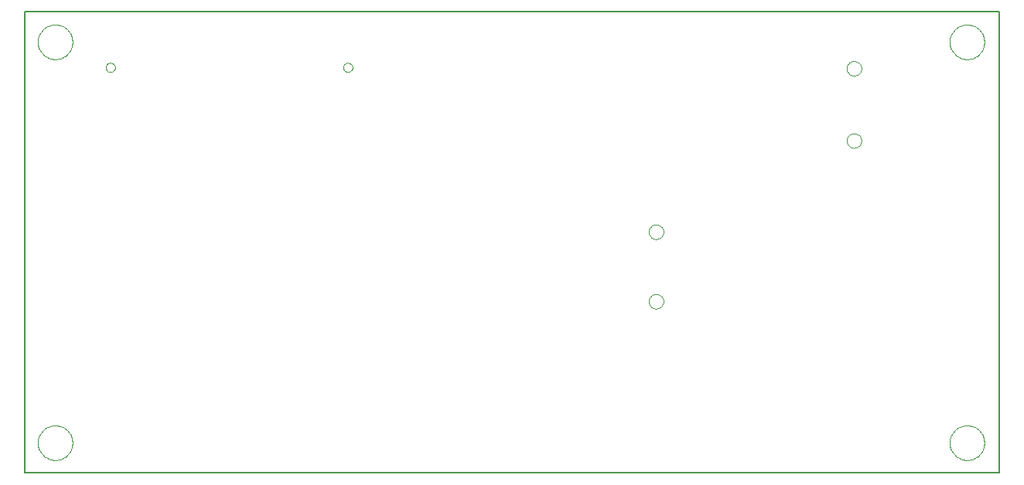
<source format=gbp>
G75*
%MOIN*%
%OFA0B0*%
%FSLAX24Y24*%
%IPPOS*%
%LPD*%
%AMOC8*
5,1,8,0,0,1.08239X$1,22.5*
%
%ADD10C,0.0000*%
%ADD11C,0.0050*%
D10*
X000702Y003000D02*
X000704Y003055D01*
X000710Y003109D01*
X000720Y003163D01*
X000734Y003215D01*
X000751Y003267D01*
X000773Y003317D01*
X000798Y003366D01*
X000826Y003413D01*
X000858Y003457D01*
X000893Y003499D01*
X000931Y003538D01*
X000972Y003575D01*
X001015Y003608D01*
X001060Y003638D01*
X001108Y003665D01*
X001157Y003688D01*
X001208Y003708D01*
X001261Y003724D01*
X001314Y003736D01*
X001368Y003744D01*
X001423Y003748D01*
X001477Y003748D01*
X001532Y003744D01*
X001586Y003736D01*
X001639Y003724D01*
X001692Y003708D01*
X001743Y003688D01*
X001792Y003665D01*
X001840Y003638D01*
X001885Y003608D01*
X001928Y003575D01*
X001969Y003538D01*
X002007Y003499D01*
X002042Y003457D01*
X002074Y003413D01*
X002102Y003366D01*
X002127Y003317D01*
X002149Y003267D01*
X002166Y003215D01*
X002180Y003163D01*
X002190Y003109D01*
X002196Y003055D01*
X002198Y003000D01*
X002196Y002945D01*
X002190Y002891D01*
X002180Y002837D01*
X002166Y002785D01*
X002149Y002733D01*
X002127Y002683D01*
X002102Y002634D01*
X002074Y002587D01*
X002042Y002543D01*
X002007Y002501D01*
X001969Y002462D01*
X001928Y002425D01*
X001885Y002392D01*
X001840Y002362D01*
X001792Y002335D01*
X001743Y002312D01*
X001692Y002292D01*
X001639Y002276D01*
X001586Y002264D01*
X001532Y002256D01*
X001477Y002252D01*
X001423Y002252D01*
X001368Y002256D01*
X001314Y002264D01*
X001261Y002276D01*
X001208Y002292D01*
X001157Y002312D01*
X001108Y002335D01*
X001060Y002362D01*
X001015Y002392D01*
X000972Y002425D01*
X000931Y002462D01*
X000893Y002501D01*
X000858Y002543D01*
X000826Y002587D01*
X000798Y002634D01*
X000773Y002683D01*
X000751Y002733D01*
X000734Y002785D01*
X000720Y002837D01*
X000710Y002891D01*
X000704Y002945D01*
X000702Y003000D01*
X027035Y009100D02*
X027037Y009135D01*
X027043Y009170D01*
X027053Y009204D01*
X027066Y009237D01*
X027083Y009268D01*
X027104Y009296D01*
X027127Y009323D01*
X027154Y009346D01*
X027182Y009367D01*
X027213Y009384D01*
X027246Y009397D01*
X027280Y009407D01*
X027315Y009413D01*
X027350Y009415D01*
X027385Y009413D01*
X027420Y009407D01*
X027454Y009397D01*
X027487Y009384D01*
X027518Y009367D01*
X027546Y009346D01*
X027573Y009323D01*
X027596Y009296D01*
X027617Y009268D01*
X027634Y009237D01*
X027647Y009204D01*
X027657Y009170D01*
X027663Y009135D01*
X027665Y009100D01*
X027663Y009065D01*
X027657Y009030D01*
X027647Y008996D01*
X027634Y008963D01*
X027617Y008932D01*
X027596Y008904D01*
X027573Y008877D01*
X027546Y008854D01*
X027518Y008833D01*
X027487Y008816D01*
X027454Y008803D01*
X027420Y008793D01*
X027385Y008787D01*
X027350Y008785D01*
X027315Y008787D01*
X027280Y008793D01*
X027246Y008803D01*
X027213Y008816D01*
X027182Y008833D01*
X027154Y008854D01*
X027127Y008877D01*
X027104Y008904D01*
X027083Y008932D01*
X027066Y008963D01*
X027053Y008996D01*
X027043Y009030D01*
X027037Y009065D01*
X027035Y009100D01*
X027035Y012100D02*
X027037Y012135D01*
X027043Y012170D01*
X027053Y012204D01*
X027066Y012237D01*
X027083Y012268D01*
X027104Y012296D01*
X027127Y012323D01*
X027154Y012346D01*
X027182Y012367D01*
X027213Y012384D01*
X027246Y012397D01*
X027280Y012407D01*
X027315Y012413D01*
X027350Y012415D01*
X027385Y012413D01*
X027420Y012407D01*
X027454Y012397D01*
X027487Y012384D01*
X027518Y012367D01*
X027546Y012346D01*
X027573Y012323D01*
X027596Y012296D01*
X027617Y012268D01*
X027634Y012237D01*
X027647Y012204D01*
X027657Y012170D01*
X027663Y012135D01*
X027665Y012100D01*
X027663Y012065D01*
X027657Y012030D01*
X027647Y011996D01*
X027634Y011963D01*
X027617Y011932D01*
X027596Y011904D01*
X027573Y011877D01*
X027546Y011854D01*
X027518Y011833D01*
X027487Y011816D01*
X027454Y011803D01*
X027420Y011793D01*
X027385Y011787D01*
X027350Y011785D01*
X027315Y011787D01*
X027280Y011793D01*
X027246Y011803D01*
X027213Y011816D01*
X027182Y011833D01*
X027154Y011854D01*
X027127Y011877D01*
X027104Y011904D01*
X027083Y011932D01*
X027066Y011963D01*
X027053Y011996D01*
X027043Y012030D01*
X027037Y012065D01*
X027035Y012100D01*
X035566Y016041D02*
X035568Y016076D01*
X035574Y016111D01*
X035584Y016145D01*
X035597Y016178D01*
X035614Y016209D01*
X035635Y016237D01*
X035658Y016264D01*
X035685Y016287D01*
X035713Y016308D01*
X035744Y016325D01*
X035777Y016338D01*
X035811Y016348D01*
X035846Y016354D01*
X035881Y016356D01*
X035916Y016354D01*
X035951Y016348D01*
X035985Y016338D01*
X036018Y016325D01*
X036049Y016308D01*
X036077Y016287D01*
X036104Y016264D01*
X036127Y016237D01*
X036148Y016209D01*
X036165Y016178D01*
X036178Y016145D01*
X036188Y016111D01*
X036194Y016076D01*
X036196Y016041D01*
X036194Y016006D01*
X036188Y015971D01*
X036178Y015937D01*
X036165Y015904D01*
X036148Y015873D01*
X036127Y015845D01*
X036104Y015818D01*
X036077Y015795D01*
X036049Y015774D01*
X036018Y015757D01*
X035985Y015744D01*
X035951Y015734D01*
X035916Y015728D01*
X035881Y015726D01*
X035846Y015728D01*
X035811Y015734D01*
X035777Y015744D01*
X035744Y015757D01*
X035713Y015774D01*
X035685Y015795D01*
X035658Y015818D01*
X035635Y015845D01*
X035614Y015873D01*
X035597Y015904D01*
X035584Y015937D01*
X035574Y015971D01*
X035568Y016006D01*
X035566Y016041D01*
X035566Y019159D02*
X035568Y019194D01*
X035574Y019229D01*
X035584Y019263D01*
X035597Y019296D01*
X035614Y019327D01*
X035635Y019355D01*
X035658Y019382D01*
X035685Y019405D01*
X035713Y019426D01*
X035744Y019443D01*
X035777Y019456D01*
X035811Y019466D01*
X035846Y019472D01*
X035881Y019474D01*
X035916Y019472D01*
X035951Y019466D01*
X035985Y019456D01*
X036018Y019443D01*
X036049Y019426D01*
X036077Y019405D01*
X036104Y019382D01*
X036127Y019355D01*
X036148Y019327D01*
X036165Y019296D01*
X036178Y019263D01*
X036188Y019229D01*
X036194Y019194D01*
X036196Y019159D01*
X036194Y019124D01*
X036188Y019089D01*
X036178Y019055D01*
X036165Y019022D01*
X036148Y018991D01*
X036127Y018963D01*
X036104Y018936D01*
X036077Y018913D01*
X036049Y018892D01*
X036018Y018875D01*
X035985Y018862D01*
X035951Y018852D01*
X035916Y018846D01*
X035881Y018844D01*
X035846Y018846D01*
X035811Y018852D01*
X035777Y018862D01*
X035744Y018875D01*
X035713Y018892D01*
X035685Y018913D01*
X035658Y018936D01*
X035635Y018963D01*
X035614Y018991D01*
X035597Y019022D01*
X035584Y019055D01*
X035574Y019089D01*
X035568Y019124D01*
X035566Y019159D01*
X040002Y020300D02*
X040004Y020355D01*
X040010Y020409D01*
X040020Y020463D01*
X040034Y020515D01*
X040051Y020567D01*
X040073Y020617D01*
X040098Y020666D01*
X040126Y020713D01*
X040158Y020757D01*
X040193Y020799D01*
X040231Y020838D01*
X040272Y020875D01*
X040315Y020908D01*
X040360Y020938D01*
X040408Y020965D01*
X040457Y020988D01*
X040508Y021008D01*
X040561Y021024D01*
X040614Y021036D01*
X040668Y021044D01*
X040723Y021048D01*
X040777Y021048D01*
X040832Y021044D01*
X040886Y021036D01*
X040939Y021024D01*
X040992Y021008D01*
X041043Y020988D01*
X041092Y020965D01*
X041140Y020938D01*
X041185Y020908D01*
X041228Y020875D01*
X041269Y020838D01*
X041307Y020799D01*
X041342Y020757D01*
X041374Y020713D01*
X041402Y020666D01*
X041427Y020617D01*
X041449Y020567D01*
X041466Y020515D01*
X041480Y020463D01*
X041490Y020409D01*
X041496Y020355D01*
X041498Y020300D01*
X041496Y020245D01*
X041490Y020191D01*
X041480Y020137D01*
X041466Y020085D01*
X041449Y020033D01*
X041427Y019983D01*
X041402Y019934D01*
X041374Y019887D01*
X041342Y019843D01*
X041307Y019801D01*
X041269Y019762D01*
X041228Y019725D01*
X041185Y019692D01*
X041140Y019662D01*
X041092Y019635D01*
X041043Y019612D01*
X040992Y019592D01*
X040939Y019576D01*
X040886Y019564D01*
X040832Y019556D01*
X040777Y019552D01*
X040723Y019552D01*
X040668Y019556D01*
X040614Y019564D01*
X040561Y019576D01*
X040508Y019592D01*
X040457Y019612D01*
X040408Y019635D01*
X040360Y019662D01*
X040315Y019692D01*
X040272Y019725D01*
X040231Y019762D01*
X040193Y019801D01*
X040158Y019843D01*
X040126Y019887D01*
X040098Y019934D01*
X040073Y019983D01*
X040051Y020033D01*
X040034Y020085D01*
X040020Y020137D01*
X040010Y020191D01*
X040004Y020245D01*
X040002Y020300D01*
X013871Y019200D02*
X013873Y019227D01*
X013879Y019254D01*
X013888Y019280D01*
X013901Y019304D01*
X013917Y019327D01*
X013936Y019346D01*
X013958Y019363D01*
X013982Y019377D01*
X014007Y019387D01*
X014034Y019394D01*
X014061Y019397D01*
X014089Y019396D01*
X014116Y019391D01*
X014142Y019383D01*
X014166Y019371D01*
X014189Y019355D01*
X014210Y019337D01*
X014227Y019316D01*
X014242Y019292D01*
X014253Y019267D01*
X014261Y019241D01*
X014265Y019214D01*
X014265Y019186D01*
X014261Y019159D01*
X014253Y019133D01*
X014242Y019108D01*
X014227Y019084D01*
X014210Y019063D01*
X014189Y019045D01*
X014167Y019029D01*
X014142Y019017D01*
X014116Y019009D01*
X014089Y019004D01*
X014061Y019003D01*
X014034Y019006D01*
X014007Y019013D01*
X013982Y019023D01*
X013958Y019037D01*
X013936Y019054D01*
X013917Y019073D01*
X013901Y019096D01*
X013888Y019120D01*
X013879Y019146D01*
X013873Y019173D01*
X013871Y019200D01*
X003635Y019200D02*
X003637Y019227D01*
X003643Y019254D01*
X003652Y019280D01*
X003665Y019304D01*
X003681Y019327D01*
X003700Y019346D01*
X003722Y019363D01*
X003746Y019377D01*
X003771Y019387D01*
X003798Y019394D01*
X003825Y019397D01*
X003853Y019396D01*
X003880Y019391D01*
X003906Y019383D01*
X003930Y019371D01*
X003953Y019355D01*
X003974Y019337D01*
X003991Y019316D01*
X004006Y019292D01*
X004017Y019267D01*
X004025Y019241D01*
X004029Y019214D01*
X004029Y019186D01*
X004025Y019159D01*
X004017Y019133D01*
X004006Y019108D01*
X003991Y019084D01*
X003974Y019063D01*
X003953Y019045D01*
X003931Y019029D01*
X003906Y019017D01*
X003880Y019009D01*
X003853Y019004D01*
X003825Y019003D01*
X003798Y019006D01*
X003771Y019013D01*
X003746Y019023D01*
X003722Y019037D01*
X003700Y019054D01*
X003681Y019073D01*
X003665Y019096D01*
X003652Y019120D01*
X003643Y019146D01*
X003637Y019173D01*
X003635Y019200D01*
X000702Y020300D02*
X000704Y020355D01*
X000710Y020409D01*
X000720Y020463D01*
X000734Y020515D01*
X000751Y020567D01*
X000773Y020617D01*
X000798Y020666D01*
X000826Y020713D01*
X000858Y020757D01*
X000893Y020799D01*
X000931Y020838D01*
X000972Y020875D01*
X001015Y020908D01*
X001060Y020938D01*
X001108Y020965D01*
X001157Y020988D01*
X001208Y021008D01*
X001261Y021024D01*
X001314Y021036D01*
X001368Y021044D01*
X001423Y021048D01*
X001477Y021048D01*
X001532Y021044D01*
X001586Y021036D01*
X001639Y021024D01*
X001692Y021008D01*
X001743Y020988D01*
X001792Y020965D01*
X001840Y020938D01*
X001885Y020908D01*
X001928Y020875D01*
X001969Y020838D01*
X002007Y020799D01*
X002042Y020757D01*
X002074Y020713D01*
X002102Y020666D01*
X002127Y020617D01*
X002149Y020567D01*
X002166Y020515D01*
X002180Y020463D01*
X002190Y020409D01*
X002196Y020355D01*
X002198Y020300D01*
X002196Y020245D01*
X002190Y020191D01*
X002180Y020137D01*
X002166Y020085D01*
X002149Y020033D01*
X002127Y019983D01*
X002102Y019934D01*
X002074Y019887D01*
X002042Y019843D01*
X002007Y019801D01*
X001969Y019762D01*
X001928Y019725D01*
X001885Y019692D01*
X001840Y019662D01*
X001792Y019635D01*
X001743Y019612D01*
X001692Y019592D01*
X001639Y019576D01*
X001586Y019564D01*
X001532Y019556D01*
X001477Y019552D01*
X001423Y019552D01*
X001368Y019556D01*
X001314Y019564D01*
X001261Y019576D01*
X001208Y019592D01*
X001157Y019612D01*
X001108Y019635D01*
X001060Y019662D01*
X001015Y019692D01*
X000972Y019725D01*
X000931Y019762D01*
X000893Y019801D01*
X000858Y019843D01*
X000826Y019887D01*
X000798Y019934D01*
X000773Y019983D01*
X000751Y020033D01*
X000734Y020085D01*
X000720Y020137D01*
X000710Y020191D01*
X000704Y020245D01*
X000702Y020300D01*
X040002Y003000D02*
X040004Y003055D01*
X040010Y003109D01*
X040020Y003163D01*
X040034Y003215D01*
X040051Y003267D01*
X040073Y003317D01*
X040098Y003366D01*
X040126Y003413D01*
X040158Y003457D01*
X040193Y003499D01*
X040231Y003538D01*
X040272Y003575D01*
X040315Y003608D01*
X040360Y003638D01*
X040408Y003665D01*
X040457Y003688D01*
X040508Y003708D01*
X040561Y003724D01*
X040614Y003736D01*
X040668Y003744D01*
X040723Y003748D01*
X040777Y003748D01*
X040832Y003744D01*
X040886Y003736D01*
X040939Y003724D01*
X040992Y003708D01*
X041043Y003688D01*
X041092Y003665D01*
X041140Y003638D01*
X041185Y003608D01*
X041228Y003575D01*
X041269Y003538D01*
X041307Y003499D01*
X041342Y003457D01*
X041374Y003413D01*
X041402Y003366D01*
X041427Y003317D01*
X041449Y003267D01*
X041466Y003215D01*
X041480Y003163D01*
X041490Y003109D01*
X041496Y003055D01*
X041498Y003000D01*
X041496Y002945D01*
X041490Y002891D01*
X041480Y002837D01*
X041466Y002785D01*
X041449Y002733D01*
X041427Y002683D01*
X041402Y002634D01*
X041374Y002587D01*
X041342Y002543D01*
X041307Y002501D01*
X041269Y002462D01*
X041228Y002425D01*
X041185Y002392D01*
X041140Y002362D01*
X041092Y002335D01*
X041043Y002312D01*
X040992Y002292D01*
X040939Y002276D01*
X040886Y002264D01*
X040832Y002256D01*
X040777Y002252D01*
X040723Y002252D01*
X040668Y002256D01*
X040614Y002264D01*
X040561Y002276D01*
X040508Y002292D01*
X040457Y002312D01*
X040408Y002335D01*
X040360Y002362D01*
X040315Y002392D01*
X040272Y002425D01*
X040231Y002462D01*
X040193Y002501D01*
X040158Y002543D01*
X040126Y002587D01*
X040098Y002634D01*
X040073Y002683D01*
X040051Y002733D01*
X040034Y002785D01*
X040020Y002837D01*
X040010Y002891D01*
X040004Y002945D01*
X040002Y003000D01*
D11*
X042150Y001700D02*
X000150Y001700D01*
X000150Y021600D01*
X042150Y021600D01*
X042150Y001700D01*
M02*

</source>
